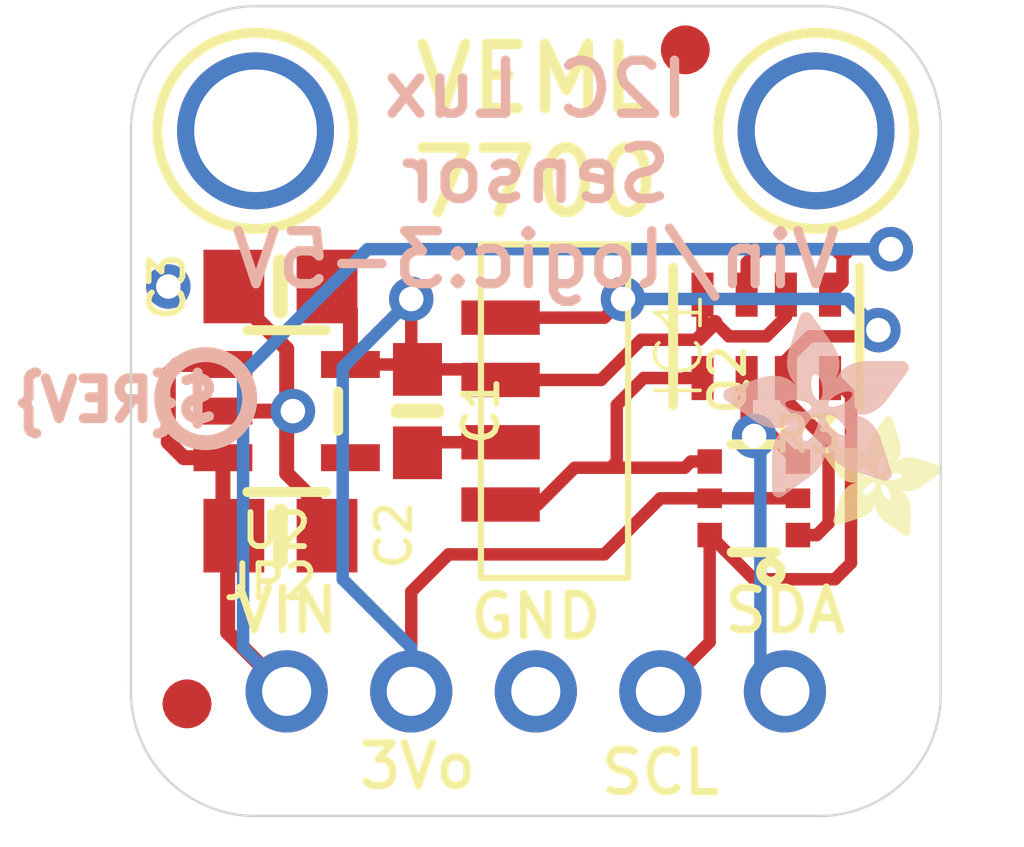
<source format=kicad_pcb>
(kicad_pcb (version 20241229) (generator "pcbnew") (generator_version "9.0")
  (layers (0 "F.Cu" signal) (2 "B.Cu" signal) (13 "F.Paste" user) (15 "B.Paste" user) (5 "F.SilkS" user "F.Silkscreen") (7 "B.SilkS" user "B.Silkscreen") (1 "F.Mask" user) (3 "B.Mask" user) (25 "Edge.Cuts" user))
  (net 0 "")
  (net 1 "GND")
  (net 2 "SDA")
  (net 3 "SCL")
  (net 4 "VIN")
  (net 5 "SCL_3V")
  (net 6 "SDA_3V")
  (net 7 "3.3V")
  (footprint "ADAFRUIT_2.5MM" (layer "F.Cu") (at 154.3431 107.5436)
    (property "Reference" "U$8" (hide yes))
    (property "Value" "" (hide yes))
  )
  (footprint "MOUNTINGHOLE_2.5_PLATED" (layer "F.Cu") (at 142.7861 99.2886)
    (property "Reference" "U$3" (hide yes))
    (property "Value" "MOUNTINGHOLE2.5" (hide yes))
    (pad "P$1" thru_hole circle (at 0 0) (size 3.2 3.2) (drill 2.5) (layers "*.Cu" "*.Mask"))
  )
  (footprint "0805-NO" (layer "F.Cu") (at 143.2941 102.4636 180)
    (property "Reference" "C3" (at 1.905 -0.762 90) (layer "F.SilkS") (effects (font (size 0.692831 0.692831) (thickness 0.119969)) (justify left bottom)))
    (property "Value" "10uF")
    (pad "1" smd rect (at -0.95 0 180) (size 1.24 1.5) (layers "F.Cu" "F.Mask" "F.Paste") (net 7 "3.3V"))
    (pad "2" smd rect (at 0.95 0 180) (size 1.24 1.5) (layers "F.Cu" "F.Mask" "F.Paste") (net 1 "GND"))
  )
  (footprint "0603-NO" (layer "F.Cu") (at 146.0881 105.0036 -90)
    (property "Reference" "C1" (at -0.762 -0.889 90) (layer "F.SilkS") (effects (font (size 0.692831 0.692831) (thickness 0.119969)) (justify right top)))
    (property "Value" "0.1uF")
    (pad "1" smd rect (at -0.85 0 270) (size 1.075 1) (layers "F.Cu" "F.Mask" "F.Paste") (net 7 "3.3V"))
    (pad "2" smd rect (at 0.85 0 270) (size 1.075 1) (layers "F.Cu" "F.Mask" "F.Paste") (net 1 "GND"))
  )
  (footprint "FIDUCIAL_1MM" (layer "F.Cu") (at 141.3891 110.9726)
    (property "Reference" "FID2" (hide yes))
    (property "Value" "FIDUCIAL_1MM" (hide yes))
    (pad "1" smd roundrect (at 0 0) (size 1 1) (layers "F.Cu" "F.Mask") (roundrect_rratio 0.5))
  )
  (footprint "SOT363" (layer "F.Cu") (at 152.9461 106.7816 90)
    (property "Reference" "Q2" (at 1.651 -0.127 90) (layer "F.SilkS") (effects (font (size 0.692831 0.692831) (thickness 0.119969)) (justify left bottom)))
    (property "Value" "BSS138")
    (pad "1" smd rect (at -0.75 0.9 90) (size 0.5 0.5) (layers "F.Cu" "F.Mask" "F.Paste") (net 5 "SCL_3V"))
    (pad "2" smd rect (at 0 0.9 90) (size 0.4 0.5) (layers "F.Cu" "F.Mask" "F.Paste") (net 7 "3.3V"))
    (pad "3" smd rect (at 0.75 0.9 90) (size 0.5 0.5) (layers "F.Cu" "F.Mask" "F.Paste") (net 2 "SDA"))
    (pad "4" smd rect (at 0.75 -0.9 90) (size 0.5 0.5) (layers "F.Cu" "F.Mask" "F.Paste") (net 6 "SDA_3V"))
    (pad "5" smd rect (at 0 -0.9 90) (size 0.4 0.5) (layers "F.Cu" "F.Mask" "F.Paste") (net 7 "3.3V"))
    (pad "6" smd rect (at -0.75 -0.9 90) (size 0.5 0.5) (layers "F.Cu" "F.Mask" "F.Paste") (net 3 "SCL"))
  )
  (footprint "FIDUCIAL_1MM" (layer "F.Cu") (at 151.5491 97.6376)
    (property "Reference" "FID1" (hide yes))
    (property "Value" "FIDUCIAL_1MM" (hide yes))
    (pad "1" smd roundrect (at 0 0) (size 1 1) (layers "F.Cu" "F.Mask") (roundrect_rratio 0.5))
  )
  (footprint "MOUNTINGHOLE_2.5_PLATED" (layer "F.Cu") (at 154.2161 99.2886)
    (property "Reference" "U$4" (hide yes))
    (property "Value" "MOUNTINGHOLE2.5" (hide yes))
    (pad "P$1" thru_hole circle (at 0 0) (size 3.2 3.2) (drill 2.5) (layers "*.Cu" "*.Mask"))
  )
  (footprint "1X05_ROUND" (layer "F.Cu") (at 148.5011 110.7186)
    (property "Reference" "JP2" (at -6.4262 -1.8288 0) (layer "F.SilkS") (effects (font (size 0.692831 0.692831) (thickness 0.119969)) (justify left bottom)))
    (property "Value" "")
    (pad "1" thru_hole circle (at -5.08 0 90) (size 1.6764 1.6764) (drill 1) (layers "*.Cu" "*.Mask") (net 4 "VIN"))
    (pad "2" thru_hole circle (at -2.54 0 90) (size 1.6764 1.6764) (drill 1) (layers "*.Cu" "*.Mask") (net 7 "3.3V"))
    (pad "3" thru_hole circle (at 0 0 90) (size 1.6764 1.6764) (drill 1) (layers "*.Cu" "*.Mask") (net 1 "GND"))
    (pad "4" thru_hole circle (at 2.54 0 90) (size 1.6764 1.6764) (drill 1) (layers "*.Cu" "*.Mask") (net 3 "SCL"))
    (pad "5" thru_hole circle (at 5.08 0 90) (size 1.6764 1.6764) (drill 1) (layers "*.Cu" "*.Mask") (net 2 "SDA"))
  )
  (footprint "RESPACK_4X0603" (layer "F.Cu") (at 153.2001 103.4796 180)
    (property "Reference" "R3" (at -1.6 -1.6 0) (layer "F.SilkS") (effects (font (size 0.692831 0.692831) (thickness 0.119969)) (justify right top)))
    (property "Value" "10K")
    (pad "1" smd rect (at -1.3 0.85 180) (size 0.45 0.9) (layers "F.Cu" "F.Mask" "F.Paste") (net 4 "VIN"))
    (pad "2" smd rect (at -0.4 0.85 180) (size 0.45 0.9) (layers "F.Cu" "F.Mask" "F.Paste") (net 7 "3.3V"))
    (pad "3" smd rect (at 0.4 0.85 180) (size 0.45 0.9) (layers "F.Cu" "F.Mask" "F.Paste") (net 4 "VIN"))
    (pad "4" smd rect (at 1.3 0.85 180) (size 0.45 0.9) (layers "F.Cu" "F.Mask" "F.Paste") (net 7 "3.3V"))
    (pad "5" smd rect (at 1.3 -0.85 180) (size 0.45 0.9) (layers "F.Cu" "F.Mask" "F.Paste") (net 6 "SDA_3V"))
    (pad "6" smd rect (at 0.4 -0.85 180) (size 0.45 0.9) (layers "F.Cu" "F.Mask" "F.Paste") (net 2 "SDA"))
    (pad "7" smd rect (at -0.4 -0.85 180) (size 0.45 0.9) (layers "F.Cu" "F.Mask" "F.Paste") (net 5 "SCL_3V"))
    (pad "8" smd rect (at -1.3 -0.85 180) (size 0.45 0.9) (layers "F.Cu" "F.Mask" "F.Paste") (net 3 "SCL"))
  )
  (footprint "VEML7700" (layer "F.Cu") (at 148.8821 105.0036 -90)
    (property "Reference" "IC1" (at -2.5 -2 90) (layer "F.SilkS") (effects (font (size 0.9264 0.9264) (thickness 0.0736)) (justify right top)))
    (property "Value" "VEML7700")
    (pad "1" smd rect (at -1.905 1.1 180) (size 1.6 0.7) (layers "F.Cu" "F.Mask" "F.Paste") (net 5 "SCL_3V"))
    (pad "2" smd rect (at -0.635 1.1 180) (size 1.6 0.7) (layers "F.Cu" "F.Mask" "F.Paste") (net 7 "3.3V"))
    (pad "3" smd rect (at 0.635 1.1 180) (size 1.6 0.7) (layers "F.Cu" "F.Mask" "F.Paste") (net 1 "GND"))
    (pad "4" smd rect (at 1.905 1.1 180) (size 1.6 0.7) (layers "F.Cu" "F.Mask" "F.Paste") (net 6 "SDA_3V"))
  )
  (footprint "SOT23-5" (layer "F.Cu") (at 143.4211 105.0036 -90)
    (property "Reference" "U2" (at 2.032 -0.562 0) (layer "F.SilkS") (effects (font (size 0.692831 0.692831) (thickness 0.119969)) (justify right top)))
    (property "Value" "AP2112K-3.3")
    (pad "1" smd rect (at -0.95 1.3001 270) (size 0.55 1.2) (layers "F.Cu" "F.Mask" "F.Paste") (net 4 "VIN"))
    (pad "2" smd rect (at 0 1.3001 270) (size 0.55 1.2) (layers "F.Cu" "F.Mask" "F.Paste") (net 1 "GND"))
    (pad "3" smd rect (at 0.95 1.3001 270) (size 0.55 1.2) (layers "F.Cu" "F.Mask" "F.Paste") (net 4 "VIN"))
    (pad "4" smd rect (at 0.95 -1.3001 270) (size 0.55 1.2) (layers "F.Cu" "F.Mask" "F.Paste"))
    (pad "5" smd rect (at -0.95 -1.3001 270) (size 0.55 1.2) (layers "F.Cu" "F.Mask" "F.Paste") (net 7 "3.3V"))
  )
  (footprint "0805-NO" (layer "F.Cu") (at 143.2941 107.5436)
    (property "Reference" "C2" (at 1.905 -0.762 90) (layer "F.SilkS") (effects (font (size 0.692831 0.692831) (thickness 0.119969)) (justify right top)))
    (property "Value" "10uF")
    (pad "1" smd rect (at -0.95 0) (size 1.24 1.5) (layers "F.Cu" "F.Mask" "F.Paste") (net 4 "VIN"))
    (pad "2" smd rect (at 0.95 0) (size 1.24 1.5) (layers "F.Cu" "F.Mask" "F.Paste") (net 1 "GND"))
  )
  (footprint "ADAFRUIT_3.5MM" (layer "B.Cu") (at 156.1211 106.7816 180)
    (property "Reference" "U$1" (hide yes))
    (property "Value" "" (hide yes))
  )
  (footprint "PCBFEAT-REV-040" (layer "B.Cu") (at 141.7701 104.7496 180)
    (property "Reference" "U$27" (hide yes))
    (property "Value" "" (hide yes))
    (fp_text user "${REV}" (at -0.3556 -0.508 0) (layer "B.SilkS") (effects (font (size 0.8128 0.8128) (thickness 0.2032)) (justify left bottom mirror)))
  )
  (footprint "KATTNI_STOP" (layer "B.Cu") (at 151.6761 106.1466 180)
    (property "Reference" "U$12" (hide yes))
    (property "Value" "" (hide yes))
  )
  (gr_arc (start 142.7861 113.2586) (mid 140.990049 112.514651) (end 140.2461 110.7186) (stroke (width 0.05)) (layer "Edge.Cuts"))
  (gr_line (start 154.2161 113.2586) (end 142.7861 113.2586) (stroke (width 0.05)) (layer "Edge.Cuts"))
  (gr_arc (start 154.2161 96.7486) (mid 155.985849 97.429049) (end 156.7561 99.1616) (stroke (width 0.05)) (layer "Edge.Cuts"))
  (gr_line (start 142.7861 96.7486) (end 154.2161 96.7486) (stroke (width 0.05)) (layer "Edge.Cuts"))
  (gr_line (start 140.2461 110.7186) (end 140.2461 99.2886) (stroke (width 0.05)) (layer "Edge.Cuts"))
  (gr_arc (start 140.2461 99.2886) (mid 140.990049 97.492549) (end 142.7861 96.7486) (stroke (width 0.05)) (layer "Edge.Cuts"))
  (gr_line (start 156.7561 99.1616) (end 156.7561 110.8456) (stroke (width 0.05)) (layer "Edge.Cuts"))
  (gr_arc (start 156.7561 110.8456) (mid 155.985849 112.578151) (end 154.2161 113.2586) (stroke (width 0.05)) (layer "Edge.Cuts"))
  (gr_text "SCL" (at 151.0411 112.3696 0) (layer "F.SilkS") (effects (font (size 0.8636 0.8636) (thickness 0.1524))))
  (gr_text "GND" (at 148.5011 109.1946 0) (layer "F.SilkS") (effects (font (size 0.8636 0.8636) (thickness 0.1524))))
  (gr_text "VEML\n7700" (at 148.5011 99.2886 0) (layer "F.SilkS") (effects (font (size 1.31064 1.31064) (thickness 0.21336))))
  (gr_text "SDA" (at 153.5811 109.0676 0) (layer "F.SilkS") (effects (font (size 0.8636 0.8636) (thickness 0.1524))))
  (gr_text "3Vo" (at 146.0881 112.2426 0) (layer "F.SilkS") (effects (font (size 0.8636 0.8636) (thickness 0.1524))))
  (gr_text "VIN" (at 143.4211 109.0676 0) (layer "F.SilkS") (effects (font (size 0.8636 0.8636) (thickness 0.1524))))
  (gr_text "I2C Lux\nSensor\nVin/logic:3-5V" (at 148.5011 100.1776 -0) (layer "B.SilkS") (effects (font (size 1.0795 1.0795) (thickness 0.1905)) (justify mirror)))
  (segment (start 147.7821 105.6386) (end 146.3031 105.6386) (width 0.254) (layer "F.Cu") (net 1))
  (segment (start 143.4211 103.7336) (end 142.3441 102.6566) (width 0.3048) (layer "F.Cu") (net 1))
  (segment (start 143.4211 105.0036) (end 143.4211 103.7336) (width 0.3048) (layer "F.Cu") (net 1))
  (segment (start 146.3031 105.6386) (end 146.0881 105.8536) (width 0.254) (layer "F.Cu") (net 1))
  (segment (start 142.3441 102.6566) (end 142.3441 102.4636) (width 0.3048) (layer "F.Cu") (net 1))
  (segment (start 143.4211 106.2736) (end 143.4211 105.0036) (width 0.3048) (layer "F.Cu") (net 1))
  (segment (start 144.2441 107.5436) (end 144.2441 107.0966) (width 0.3048) (layer "F.Cu") (net 1))
  (segment (start 142.121 105.0036) (end 143.4211 105.0036) (width 0.3048) (layer "F.Cu") (net 1))
  (segment (start 144.2441 107.0966) (end 143.4211 106.2736) (width 0.3048) (layer "F.Cu") (net 1))
  (via (at 143.5481 105.0036) (size 0.9064) (drill 0.5) (layers "F.Cu" "B.Cu") (net 1))
  (via (at 141.0081 102.4636) (size 0.9064) (drill 0.5) (layers "F.Cu" "B.Cu") (net 1))
  (segment (start 153.8461 106.0316) (end 153.0721 105.2576) (width 0.254) (layer "F.Cu") (net 2))
  (segment (start 152.8001 105.2576) (end 152.8001 105.5116) (width 0.254) (layer "F.Cu") (net 2))
  (segment (start 152.9525 105.5116) (end 152.8001 105.5116) (width 0.254) (layer "F.Cu") (net 2))
  (segment (start 153.0721 105.2576) (end 152.8001 105.2576) (width 0.254) (layer "F.Cu") (net 2))
  (segment (start 152.8001 104.3296) (end 152.8001 105.2576) (width 0.254) (layer "F.Cu") (net 2))
  (via (at 152.9525 105.5116) (size 0.9064) (drill 0.5) (layers "F.Cu" "B.Cu") (net 2))
  (segment (start 153.5811 110.7186) (end 153.0795 110.217) (width 0.254) (layer "B.Cu") (net 2))
  (segment (start 153.0795 105.3846) (end 153.0795 110.217) (width 0.254) (layer "B.Cu") (net 2))
  (segment (start 153.0795 105.3846) (end 152.9525 105.5116) (width 0.254) (layer "B.Cu") (net 2))
  (segment (start 154.9273 108.1024) (end 154.9273 104.687219) (width 0.254) (layer "F.Cu") (net 3))
  (segment (start 152.9471 108.4326) (end 154.5971 108.4326) (width 0.254) (layer "F.Cu") (net 3))
  (segment (start 152.0461 109.7136) (end 152.0461 107.5316) (width 0.254) (layer "F.Cu") (net 3))
  (segment (start 154.5971 108.4326) (end 154.9273 108.1024) (width 0.254) (layer "F.Cu") (net 3))
  (segment (start 151.0411 110.7186) (end 152.0461 109.7136) (width 0.254) (layer "F.Cu") (net 3))
  (segment (start 154.569681 104.3296) (end 154.5001 104.3296) (width 0.254) (layer "F.Cu") (net 3))
  (segment (start 154.9273 104.687219) (end 154.569681 104.3296) (width 0.254) (layer "F.Cu") (net 3))
  (segment (start 152.0461 107.5316) (end 152.9471 108.4326) (width 0.254) (layer "F.Cu") (net 3))
  (segment (start 152.8001 102.6296) (end 152.8001 101.9746) (width 0.254) (layer "F.Cu") (net 4))
  (segment (start 154.7541 102.3756) (end 154.5001 102.6296) (width 0.254) (layer "F.Cu") (net 4))
  (segment (start 142.2171 107.6706) (end 142.2171 109.5146) (width 0.3048) (layer "F.Cu") (net 4))
  (segment (start 141.1961 104.053604) (end 141.196103 104.0536) (width 0.3048) (layer "F.Cu") (net 4))
  (segment (start 142.121 105.9536) (end 141.3231 105.9536) (width 0.3048) (layer "F.Cu") (net 4))
  (segment (start 154.7541 101.858607) (end 154.7541 102.3756) (width 0.254) (layer "F.Cu") (net 4))
  (segment (start 141.0081 105.6386) (end 141.0081 104.241607) (width 0.3048) (layer "F.Cu") (net 4))
  (segment (start 154.7541 101.8586) (end 154.7541 101.858607) (width 0.254) (layer "F.Cu") (net 4))
  (segment (start 141.0081 104.241607) (end 141.1961 104.053604) (width 0.3048) (layer "F.Cu") (net 4))
  (segment (start 154.7541 101.858607) (end 154.5971 101.701607) (width 0.254) (layer "F.Cu") (net 4))
  (segment (start 154.5971 101.701607) (end 154.5971 101.7016) (width 0.254) (layer "F.Cu") (net 4))
  (segment (start 153.0731 101.7016) (end 154.5971 101.7016) (width 0.254) (layer "F.Cu") (net 4))
  (segment (start 142.3441 107.5436) (end 142.121 107.3205) (width 0.3048) (layer "F.Cu") (net 4))
  (segment (start 154.9111 101.7016) (end 154.7541 101.8586) (width 0.254) (layer "F.Cu") (net 4))
  (segment (start 142.2171 107.6706) (end 142.3441 107.5436) (width 0.3048) (layer "F.Cu") (net 4))
  (segment (start 143.4211 110.7186) (end 142.2171 109.5146) (width 0.3048) (layer "F.Cu") (net 4))
  (segment (start 141.3231 105.9536) (end 141.0081 105.6386) (width 0.3048) (layer "F.Cu") (net 4))
  (segment (start 152.8001 101.9746) (end 153.0731 101.7016) (width 0.254) (layer "F.Cu") (net 4))
  (segment (start 141.196103 104.0536) (end 142.121 104.0536) (width 0.3048) (layer "F.Cu") (net 4))
  (segment (start 142.121 107.3205) (end 142.121 105.9536) (width 0.3048) (layer "F.Cu") (net 4))
  (segment (start 155.7401 101.7016) (end 154.9111 101.7016) (width 0.254) (layer "F.Cu") (net 4))
  (via (at 155.7401 101.7016) (size 0.9064) (drill 0.5) (layers "F.Cu" "B.Cu") (net 4))
  (segment (start 142.5321 109.8296) (end 143.4211 110.7186) (width 0.254) (layer "B.Cu") (net 4))
  (segment (start 155.7401 101.7016) (end 145.0721 101.7016) (width 0.254) (layer "B.Cu") (net 4))
  (segment (start 142.5321 104.2416) (end 142.5321 109.8296) (width 0.254) (layer "B.Cu") (net 4))
  (segment (start 145.0721 101.7016) (end 142.5321 104.2416) (width 0.254) (layer "B.Cu") (net 4))
  (segment (start 153.6001 103.9686) (end 153.6001 104.3296) (width 0.254) (layer "F.Cu") (net 5))
  (segment (start 147.7821 103.0986) (end 149.8981 103.0986) (width 0.254) (layer "F.Cu") (net 5))
  (segment (start 155.359096 103.4796) (end 154.0891 103.4796) (width 0.254) (layer "F.Cu") (net 5))
  (segment (start 154.2281 107.5316) (end 153.8461 107.5316) (width 0.254) (layer "F.Cu") (net 5))
  (segment (start 154.4701 107.2896) (end 154.2281 107.5316) (width 0.254) (layer "F.Cu") (net 5))
  (segment (start 153.6001 104.3296) (end 153.6001 104.7686) (width 0.254) (layer "F.Cu") (net 5))
  (segment (start 154.4701 105.6386) (end 154.4701 107.2896) (width 0.254) (layer "F.Cu") (net 5))
  (segment (start 154.4701 105.6386) (end 153.6001 104.7686) (width 0.254) (layer "F.Cu") (net 5))
  (segment (start 149.8981 103.0986) (end 150.2791 102.7176) (width 0.254) (layer "F.Cu") (net 5))
  (segment (start 154.0891 103.4796) (end 153.6001 103.9686) (width 0.254) (layer "F.Cu") (net 5))
  (segment (start 155.486096 103.3526) (end 155.359096 103.4796) (width 0.254) (layer "F.Cu") (net 5))
  (via (at 155.486096 103.3526) (size 0.9064) (drill 0.5) (layers "F.Cu" "B.Cu") (net 5))
  (via (at 150.2791 102.7176) (size 0.9064) (drill 0.5) (layers "F.Cu" "B.Cu") (net 5))
  (segment (start 150.2791 102.7176) (end 154.851096 102.7176) (width 0.254) (layer "B.Cu") (net 5))
  (segment (start 155.486096 103.3526) (end 154.851096 102.7176) (width 0.254) (layer "B.Cu") (net 5))
  (segment (start 150.1521 104.8766) (end 150.1521 106.0316) (width 0.254) (layer "F.Cu") (net 6))
  (segment (start 150.0251 106.1586) (end 149.2941 106.1586) (width 0.254) (layer "F.Cu") (net 6))
  (segment (start 150.6991 104.3296) (end 150.1521 104.8766) (width 0.254) (layer "F.Cu") (net 6))
  (segment (start 151.9001 104.3296) (end 150.6991 104.3296) (width 0.254) (layer "F.Cu") (net 6))
  (segment (start 147.7821 106.9086) (end 148.5441 106.9086) (width 0.254) (layer "F.Cu") (net 6))
  (segment (start 152.0461 106.0316) (end 151.6651 106.0316) (width 0.254) (layer "F.Cu") (net 6))
  (segment (start 151.6651 106.0316) (end 151.5381 106.1586) (width 0.254) (layer "F.Cu") (net 6))
  (segment (start 150.1521 106.0316) (end 150.0251 106.1586) (width 0.254) (layer "F.Cu") (net 6))
  (segment (start 149.2941 106.1586) (end 148.5441 106.9086) (width 0.254) (layer "F.Cu") (net 6))
  (segment (start 151.5381 106.1586) (end 150.0251 106.1586) (width 0.254) (layer "F.Cu") (net 6))
  (segment (start 151.9001 102.6296) (end 151.9001 103.4496) (width 0.254) (layer "F.Cu") (net 7))
  (segment (start 145.9881 104.0536) (end 146.0881 104.1536) (width 0.254) (layer "F.Cu") (net 7))
  (segment (start 145.9611 104.0266) (end 145.9611 102.7176) (width 0.254) (layer "F.Cu") (net 7))
  (segment (start 144.7212 102.9407) (end 144.2441 102.4636) (width 0.3048) (layer "F.Cu") (net 7))
  (segment (start 144.7212 104.0536) (end 144.7212 102.9407) (width 0.3048) (layer "F.Cu") (net 7))
  (segment (start 151.0411 106.7816) (end 149.8981 107.9246) (width 0.254) (layer "F.Cu") (net 7))
  (segment (start 147.5671 104.1536) (end 147.7821 104.3686) (width 0.254) (layer "F.Cu") (net 7))
  (segment (start 146.0881 104.1536) (end 145.9611 104.0266) (width 0.254) (layer "F.Cu") (net 7))
  (segment (start 153.2001 103.4796) (end 152.4381 103.4796) (width 0.254) (layer "F.Cu") (net 7))
  (segment (start 151.8257 103.524) (end 151.9001 103.4496) (width 0.3048) (layer "F.Cu") (net 7))
  (segment (start 146.7231 107.9246) (end 145.9611 108.6866) (width 0.254) (layer "F.Cu") (net 7))
  (segment (start 153.6001 103.0796) (end 153.2001 103.4796) (width 0.254) (layer "F.Cu") (net 7))
  (segment (start 152.4381 103.4796) (end 152.1541 103.1956) (width 0.254) (layer "F.Cu") (net 7))
  (segment (start 151.9001 103.4496) (end 152.1541 103.1956) (width 0.3048) (layer "F.Cu") (net 7))
  (segment (start 145.9611 108.6866) (end 145.9611 110.7186) (width 0.254) (layer "F.Cu") (net 7))
  (segment (start 152.0461 106.7816) (end 153.8461 106.7816) (width 0.254) (layer "F.Cu") (net 7))
  (segment (start 149.8981 107.9246) (end 146.7231 107.9246) (width 0.254) (layer "F.Cu") (net 7))
  (segment (start 153.6001 102.6296) (end 153.6001 103.0796) (width 0.254) (layer "F.Cu") (net 7))
  (segment (start 147.7821 104.3686) (end 149.830125 104.3686) (width 0.254) (layer "F.Cu") (net 7))
  (segment (start 144.7212 104.0536) (end 145.9881 104.0536) (width 0.254) (layer "F.Cu") (net 7))
  (segment (start 150.649325 103.5494) (end 151.8003 103.5494) (width 0.254) (layer "F.Cu") (net 7))
  (segment (start 150.649325 103.5494) (end 149.830125 104.3686) (width 0.254) (layer "F.Cu") (net 7))
  (segment (start 152.0461 106.7816) (end 151.0411 106.7816) (width 0.254) (layer "F.Cu") (net 7))
  (segment (start 146.0881 104.1536) (end 147.5671 104.1536) (width 0.254) (layer "F.Cu") (net 7))
  (segment (start 151.8003 103.5494) (end 151.8257 103.524) (width 0.254) (layer "F.Cu") (net 7))
  (via (at 145.9611 102.7176) (size 0.9064) (drill 0.5) (layers "F.Cu" "B.Cu") (net 7))
  (segment (start 144.5641 108.4326) (end 145.9611 109.8296) (width 0.254) (layer "B.Cu") (net 7))
  (segment (start 145.9611 102.7176) (end 144.5641 104.1146) (width 0.254) (layer "B.Cu") (net 7))
  (segment (start 144.5641 104.1146) (end 144.5641 108.4326) (width 0.254) (layer "B.Cu") (net 7))
  (segment (start 145.9611 109.8296) (end 145.9611 110.7186) (width 0.254) (layer "B.Cu") (net 7))
)
</source>
